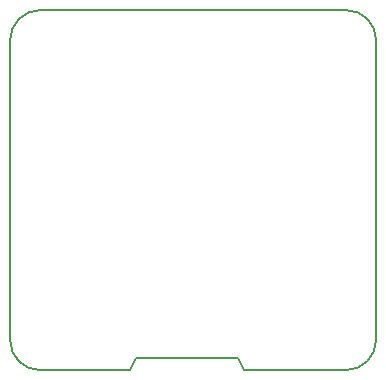
<source format=gbr>
G04 #@! TF.FileFunction,Profile,NP*
%FSLAX46Y46*%
G04 Gerber Fmt 4.6, Leading zero omitted, Abs format (unit mm)*
G04 Created by KiCad (PCBNEW 4.0.7) date 01/03/18 15:17:13*
%MOMM*%
%LPD*%
G01*
G04 APERTURE LIST*
%ADD10C,0.100000*%
%ADD11C,0.150000*%
G04 APERTURE END LIST*
D10*
D11*
X167132000Y-104140000D02*
X154940000Y-104140000D01*
X147320000Y-104140000D02*
G75*
G03X144780000Y-106680000I0J-2540000D01*
G01*
X147320000Y-104140000D02*
X154940000Y-104140000D01*
X144780000Y-115824000D02*
X144780000Y-106680000D01*
X175768000Y-106680000D02*
G75*
G03X173228000Y-104140000I-2540000J0D01*
G01*
X144780000Y-132080000D02*
G75*
G03X147320000Y-134620000I2540000J0D01*
G01*
X173228000Y-134620000D02*
G75*
G03X175768000Y-132080000I0J2540000D01*
G01*
X154940000Y-134620000D02*
X147320000Y-134620000D01*
X144780000Y-115824000D02*
X144780000Y-132080000D01*
X155448000Y-133604000D02*
X154940000Y-134620000D01*
X164084000Y-133604000D02*
X155448000Y-133604000D01*
X173228000Y-104140000D02*
X167132000Y-104140000D01*
X175768000Y-109220000D02*
X175768000Y-106680000D01*
X175768000Y-132080000D02*
X175768000Y-109220000D01*
X164592000Y-134620000D02*
X173228000Y-134620000D01*
X164084000Y-133604000D02*
X164592000Y-134620000D01*
M02*

</source>
